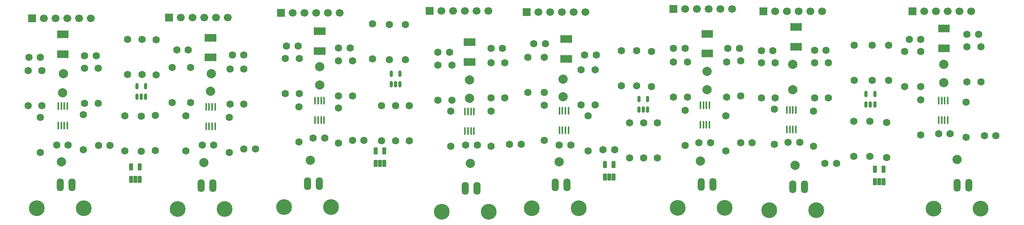
<source format=gbr>
%TF.GenerationSoftware,KiCad,Pcbnew,9.0.3*%
%TF.CreationDate,2025-11-11T16:23:08+05:30*%
%TF.ProjectId,Multi_daq,4d756c74-695f-4646-9171-2e6b69636164,rev?*%
%TF.SameCoordinates,Original*%
%TF.FileFunction,Soldermask,Top*%
%TF.FilePolarity,Negative*%
%FSLAX46Y46*%
G04 Gerber Fmt 4.6, Leading zero omitted, Abs format (unit mm)*
G04 Created by KiCad (PCBNEW 9.0.3) date 2025-11-11 16:23:08*
%MOMM*%
%LPD*%
G01*
G04 APERTURE LIST*
G04 Aperture macros list*
%AMRoundRect*
0 Rectangle with rounded corners*
0 $1 Rounding radius*
0 $2 $3 $4 $5 $6 $7 $8 $9 X,Y pos of 4 corners*
0 Add a 4 corners polygon primitive as box body*
4,1,4,$2,$3,$4,$5,$6,$7,$8,$9,$2,$3,0*
0 Add four circle primitives for the rounded corners*
1,1,$1+$1,$2,$3*
1,1,$1+$1,$4,$5*
1,1,$1+$1,$6,$7*
1,1,$1+$1,$8,$9*
0 Add four rect primitives between the rounded corners*
20,1,$1+$1,$2,$3,$4,$5,0*
20,1,$1+$1,$4,$5,$6,$7,0*
20,1,$1+$1,$6,$7,$8,$9,0*
20,1,$1+$1,$8,$9,$2,$3,0*%
G04 Aperture macros list end*
%ADD10C,1.600000*%
%ADD11C,2.000000*%
%ADD12RoundRect,0.060500X0.181500X-0.776500X0.181500X0.776500X-0.181500X0.776500X-0.181500X-0.776500X0*%
%ADD13O,1.511200X2.819200*%
%ADD14C,3.419200*%
%ADD15R,1.700000X1.700000*%
%ADD16C,1.700000*%
%ADD17RoundRect,0.102000X0.279400X-0.660400X0.279400X0.660400X-0.279400X0.660400X-0.279400X-0.660400X0*%
%ADD18RoundRect,0.100000X0.100000X-0.712500X0.100000X0.712500X-0.100000X0.712500X-0.100000X-0.712500X0*%
%ADD19RoundRect,0.150000X0.150000X-0.512500X0.150000X0.512500X-0.150000X0.512500X-0.150000X-0.512500X0*%
G04 APERTURE END LIST*
D10*
%TO.C,C2*%
X238750000Y-74500000D03*
X241250000Y-74500000D03*
%TD*%
%TO.C,R55*%
X217270000Y-71810000D03*
X217270000Y-64190000D03*
%TD*%
%TO.C,R12*%
X245000000Y-65380000D03*
X245000000Y-73000000D03*
%TD*%
%TO.C,R33*%
X100500000Y-71810000D03*
X100500000Y-64190000D03*
%TD*%
D11*
%TO.C,TP20*%
X182110000Y-60000000D03*
%TD*%
D12*
%TO.C,U21*%
X212270000Y-50650000D03*
X212770000Y-50650000D03*
X213270000Y-50650000D03*
X213770000Y-50650000D03*
X214270000Y-50650000D03*
X214270000Y-46350000D03*
X213770000Y-46350000D03*
X213270000Y-46350000D03*
X212770000Y-46350000D03*
X212270000Y-46350000D03*
%TD*%
D10*
%TO.C,R41*%
X66325000Y-61942800D03*
X66325000Y-54322800D03*
%TD*%
%TO.C,R18*%
X158000000Y-60810000D03*
X158000000Y-53190000D03*
%TD*%
%TO.C,R20*%
X125000000Y-59310000D03*
X125000000Y-51690000D03*
%TD*%
D13*
%TO.C,J6*%
X160920000Y-79920000D03*
X163460000Y-79920000D03*
D14*
X166000000Y-85000000D03*
X155840000Y-85000000D03*
%TD*%
D10*
%TO.C,R30*%
X142825000Y-61977800D03*
X142825000Y-69597800D03*
%TD*%
%TO.C,R2*%
X227770000Y-70310000D03*
X227770000Y-62690000D03*
%TD*%
%TO.C,C6*%
X173000000Y-70357800D03*
X170500000Y-70357800D03*
%TD*%
%TO.C,C32*%
X175750000Y-48500000D03*
X178250000Y-48500000D03*
%TD*%
%TO.C,R11*%
X252075000Y-65607500D03*
X252075000Y-73227500D03*
%TD*%
%TO.C,R67*%
X202500000Y-65690000D03*
X202500000Y-73310000D03*
%TD*%
%TO.C,R36*%
X101500000Y-61310000D03*
X101500000Y-53690000D03*
%TD*%
%TO.C,C18*%
X113000000Y-51000000D03*
X110500000Y-51000000D03*
%TD*%
D12*
%TO.C,U6*%
X128405000Y-50127800D03*
X128905000Y-50127800D03*
X129405000Y-50127800D03*
X129905000Y-50127800D03*
X130405000Y-50127800D03*
X130405000Y-45827800D03*
X129905000Y-45827800D03*
X129405000Y-45827800D03*
X128905000Y-45827800D03*
X128405000Y-45827800D03*
%TD*%
D11*
%TO.C,TP36*%
X264500000Y-53000000D03*
%TD*%
D10*
%TO.C,C28*%
X183750000Y-70500000D03*
X181250000Y-70500000D03*
%TD*%
%TO.C,R52*%
X272500000Y-56810000D03*
X272500000Y-49190000D03*
%TD*%
%TO.C,C13*%
X122250000Y-49000000D03*
X124750000Y-49000000D03*
%TD*%
D11*
%TO.C,TP4*%
X162000000Y-74500000D03*
%TD*%
%TO.C,TP13*%
X106000000Y-55000000D03*
%TD*%
D10*
%TO.C,R58*%
X178000000Y-69500000D03*
X178000000Y-61880000D03*
%TD*%
%TO.C,R71*%
X199500000Y-65690000D03*
X199500000Y-73310000D03*
%TD*%
%TO.C,C9*%
X130500000Y-68977800D03*
X128000000Y-68977800D03*
%TD*%
D15*
%TO.C,J5*%
X225460000Y-41500000D03*
D16*
X228000000Y-41500000D03*
X230540000Y-41500000D03*
X233080000Y-41500000D03*
X235620000Y-41500000D03*
X238160000Y-41500000D03*
%TD*%
D17*
%TO.C,U7*%
X141500000Y-74500000D03*
X142439800Y-74500000D03*
X143379600Y-74500000D03*
X143379600Y-71756800D03*
X141500000Y-71756800D03*
%TD*%
D10*
%TO.C,R53*%
X269500000Y-56810000D03*
X269500000Y-49190000D03*
%TD*%
%TO.C,R62*%
X178000000Y-59120000D03*
X178000000Y-51500000D03*
%TD*%
%TO.C,R59*%
X217500000Y-60120000D03*
X217500000Y-52500000D03*
%TD*%
%TO.C,R13*%
X166500000Y-70810000D03*
X166500000Y-63190000D03*
%TD*%
%TO.C,R16*%
X124905000Y-69810000D03*
X124905000Y-62190000D03*
%TD*%
%TO.C,C17*%
X75000000Y-70500000D03*
X72500000Y-70500000D03*
%TD*%
%TO.C,R68*%
X197990500Y-50021000D03*
X197990500Y-57641000D03*
%TD*%
%TO.C,R51*%
X256000000Y-57810000D03*
X256000000Y-50190000D03*
%TD*%
%TO.C,R4*%
X228000000Y-60310000D03*
X228000000Y-52690000D03*
%TD*%
D12*
%TO.C,U5*%
X160825000Y-52507800D03*
X161325000Y-52507800D03*
X161825000Y-52507800D03*
X162325000Y-52507800D03*
X162825000Y-52507800D03*
X162825000Y-48207800D03*
X162325000Y-48207800D03*
X161825000Y-48207800D03*
X161325000Y-48207800D03*
X160825000Y-48207800D03*
%TD*%
D11*
%TO.C,TP33*%
X267350000Y-73650000D03*
%TD*%
D10*
%TO.C,R22*%
X169500000Y-60310000D03*
X169500000Y-52690000D03*
%TD*%
%TO.C,R8*%
X245075000Y-48880000D03*
X245075000Y-56500000D03*
%TD*%
D11*
%TO.C,TP19*%
X213270000Y-54500000D03*
%TD*%
D10*
%TO.C,R64*%
X220500000Y-59810000D03*
X220500000Y-52190000D03*
%TD*%
%TO.C,R6*%
X239500000Y-60310000D03*
X239500000Y-52690000D03*
%TD*%
D18*
%TO.C,U4*%
X128430000Y-65090300D03*
X129080000Y-65090300D03*
X129730000Y-65090300D03*
X130380000Y-65090300D03*
X130380000Y-60865300D03*
X129730000Y-60865300D03*
X129080000Y-60865300D03*
X128430000Y-60865300D03*
%TD*%
D10*
%TO.C,R57*%
X208500000Y-70620000D03*
X208500000Y-63000000D03*
%TD*%
%TO.C,R3*%
X236500000Y-60310000D03*
X236500000Y-52690000D03*
%TD*%
D19*
%TO.C,U1*%
X247625000Y-61727500D03*
X248575000Y-61727500D03*
X249525000Y-61727500D03*
X249525000Y-59452500D03*
X247625000Y-59452500D03*
%TD*%
D13*
%TO.C,J7*%
X126825000Y-78897800D03*
X129365000Y-78897800D03*
D14*
X131905000Y-83977800D03*
X121745000Y-83977800D03*
%TD*%
D10*
%TO.C,R72*%
X196500000Y-65690000D03*
X196500000Y-73310000D03*
%TD*%
D13*
%TO.C,J10*%
X103785000Y-79357800D03*
X106325000Y-79357800D03*
D14*
X108865000Y-84437800D03*
X98705000Y-84437800D03*
%TD*%
D11*
%TO.C,TP18*%
X213270000Y-58500000D03*
%TD*%
D15*
%TO.C,J3*%
X257650000Y-41500000D03*
D16*
X260190000Y-41500000D03*
X262730000Y-41500000D03*
X265270000Y-41500000D03*
X267810000Y-41500000D03*
X270350000Y-41500000D03*
%TD*%
D10*
%TO.C,R39*%
X97500000Y-61310000D03*
X97500000Y-53690000D03*
%TD*%
%TO.C,C19*%
X98490000Y-49820000D03*
X100990000Y-49820000D03*
%TD*%
D11*
%TO.C,TP16*%
X211770000Y-74000000D03*
%TD*%
D10*
%TO.C,R40*%
X113000000Y-61620000D03*
X113000000Y-54000000D03*
%TD*%
%TO.C,R17*%
X166500000Y-60310000D03*
X166500000Y-52690000D03*
%TD*%
%TO.C,C23*%
X193250000Y-71500000D03*
X190750000Y-71500000D03*
%TD*%
%TO.C,R15*%
X157825000Y-70810000D03*
X157825000Y-63190000D03*
%TD*%
D13*
%TO.C,J14*%
X211965500Y-79035300D03*
X214505500Y-79035300D03*
D14*
X217045500Y-84115300D03*
X206885500Y-84115300D03*
%TD*%
D11*
%TO.C,TP10*%
X104325000Y-74357800D03*
%TD*%
D10*
%TO.C,R21*%
X155000000Y-60810000D03*
X155000000Y-53190000D03*
%TD*%
%TO.C,R32*%
X78325000Y-71500000D03*
X78325000Y-63880000D03*
%TD*%
%TO.C,R35*%
X110000000Y-61620000D03*
X110000000Y-54000000D03*
%TD*%
%TO.C,C3*%
X233270000Y-69949700D03*
X230770000Y-69949700D03*
%TD*%
%TO.C,C22*%
X223000000Y-70000000D03*
X220500000Y-70000000D03*
%TD*%
%TO.C,R29*%
X145825000Y-61977800D03*
X145825000Y-69597800D03*
%TD*%
%TO.C,C11*%
X155000000Y-50357800D03*
X157500000Y-50357800D03*
%TD*%
%TO.C,C31*%
X189250000Y-51000000D03*
X186750000Y-51000000D03*
%TD*%
D11*
%TO.C,TP1*%
X232270000Y-74949700D03*
%TD*%
%TO.C,TP35*%
X264500000Y-57000000D03*
%TD*%
D10*
%TO.C,R10*%
X248500000Y-65380000D03*
X248500000Y-73000000D03*
%TD*%
%TO.C,R69*%
X194720500Y-50021000D03*
X194720500Y-57641000D03*
%TD*%
D12*
%TO.C,U22*%
X181770000Y-51800000D03*
X182270000Y-51800000D03*
X182770000Y-51800000D03*
X183270000Y-51800000D03*
X183770000Y-51800000D03*
X183770000Y-47500000D03*
X183270000Y-47500000D03*
X182770000Y-47500000D03*
X182270000Y-47500000D03*
X181770000Y-47500000D03*
%TD*%
D10*
%TO.C,R24*%
X136500000Y-59810000D03*
X136500000Y-52190000D03*
%TD*%
%TO.C,C27*%
X257000000Y-47537500D03*
X259500000Y-47537500D03*
%TD*%
D11*
%TO.C,TP12*%
X105825000Y-58857800D03*
%TD*%
%TO.C,TP15*%
X74000000Y-55000000D03*
%TD*%
D10*
%TO.C,C15*%
X81575000Y-70632800D03*
X84075000Y-70632800D03*
%TD*%
%TO.C,R28*%
X148000000Y-44380000D03*
X148000000Y-52000000D03*
%TD*%
D18*
%TO.C,U12*%
X230525000Y-67112500D03*
X231175000Y-67112500D03*
X231825000Y-67112500D03*
X232475000Y-67112500D03*
X232475000Y-62887500D03*
X231825000Y-62887500D03*
X231175000Y-62887500D03*
X230525000Y-62887500D03*
%TD*%
D10*
%TO.C,R46*%
X94000000Y-47690000D03*
X94000000Y-55310000D03*
%TD*%
%TO.C,R5*%
X225000000Y-60310000D03*
X225000000Y-52690000D03*
%TD*%
D18*
%TO.C,U20*%
X181295000Y-67262500D03*
X181945000Y-67262500D03*
X182595000Y-67262500D03*
X183245000Y-67262500D03*
X183245000Y-63037500D03*
X182595000Y-63037500D03*
X181945000Y-63037500D03*
X181295000Y-63037500D03*
%TD*%
D10*
%TO.C,C1*%
X273250000Y-68500000D03*
X275750000Y-68500000D03*
%TD*%
D17*
%TO.C,U14*%
X88620400Y-78000000D03*
X89560200Y-78000000D03*
X90500000Y-78000000D03*
X90500000Y-75256800D03*
X88620400Y-75256800D03*
%TD*%
D10*
%TO.C,R42*%
X78500000Y-61442800D03*
X78500000Y-53822800D03*
%TD*%
%TO.C,R34*%
X69000000Y-72120000D03*
X69000000Y-64500000D03*
%TD*%
%TO.C,C8*%
X163500000Y-70500000D03*
X161000000Y-70500000D03*
%TD*%
%TO.C,R31*%
X109825000Y-72120000D03*
X109825000Y-64500000D03*
%TD*%
%TO.C,C24*%
X214000000Y-70000000D03*
X211500000Y-70000000D03*
%TD*%
D12*
%TO.C,U18*%
X263500000Y-49500000D03*
X264000000Y-49500000D03*
X264500000Y-49500000D03*
X265000000Y-49500000D03*
X265500000Y-49500000D03*
X265500000Y-45200000D03*
X265000000Y-45200000D03*
X264500000Y-45200000D03*
X264000000Y-45200000D03*
X263500000Y-45200000D03*
%TD*%
D13*
%TO.C,J11*%
X73285000Y-79168100D03*
X75825000Y-79168100D03*
D14*
X78365000Y-84248100D03*
X68205000Y-84248100D03*
%TD*%
D15*
%TO.C,J8*%
X121055000Y-41857800D03*
D16*
X123595000Y-41857800D03*
X126135000Y-41857800D03*
X128675000Y-41857800D03*
X131215000Y-41857800D03*
X133755000Y-41857800D03*
%TD*%
D10*
%TO.C,C20*%
X78575000Y-51132800D03*
X81075000Y-51132800D03*
%TD*%
D18*
%TO.C,U19*%
X211795000Y-66112500D03*
X212445000Y-66112500D03*
X213095000Y-66112500D03*
X213745000Y-66112500D03*
X213745000Y-61887500D03*
X213095000Y-61887500D03*
X212445000Y-61887500D03*
X211795000Y-61887500D03*
%TD*%
D11*
%TO.C,TP7*%
X161825000Y-56357800D03*
%TD*%
D10*
%TO.C,R48*%
X87220000Y-64140000D03*
X87220000Y-71760000D03*
%TD*%
%TO.C,R19*%
X133500000Y-59810000D03*
X133500000Y-52190000D03*
%TD*%
D13*
%TO.C,J4*%
X231770000Y-79570000D03*
X234310000Y-79570000D03*
D14*
X236850000Y-84650000D03*
X226690000Y-84650000D03*
%TD*%
D12*
%TO.C,U13*%
X72825000Y-50782800D03*
X73325000Y-50782800D03*
X73825000Y-50782800D03*
X74325000Y-50782800D03*
X74825000Y-50782800D03*
X74825000Y-46482800D03*
X74325000Y-46482800D03*
X73825000Y-46482800D03*
X73325000Y-46482800D03*
X72825000Y-46482800D03*
%TD*%
D10*
%TO.C,C16*%
X106500000Y-70500000D03*
X104000000Y-70500000D03*
%TD*%
%TO.C,R61*%
X186000000Y-61810000D03*
X186000000Y-54190000D03*
%TD*%
%TO.C,C12*%
X136000000Y-49477800D03*
X133500000Y-49477800D03*
%TD*%
D19*
%TO.C,U24*%
X198500000Y-62775000D03*
X199450000Y-62775000D03*
X200400000Y-62775000D03*
X200400000Y-60500000D03*
X198500000Y-60500000D03*
%TD*%
D11*
%TO.C,TP9*%
X129405000Y-53477800D03*
%TD*%
D10*
%TO.C,C29*%
X220250000Y-49500000D03*
X217750000Y-49500000D03*
%TD*%
D11*
%TO.C,TP11*%
X73500000Y-74132800D03*
%TD*%
D10*
%TO.C,R37*%
X81500000Y-61442800D03*
X81500000Y-53822800D03*
%TD*%
D13*
%TO.C,J2*%
X267325000Y-79277800D03*
X269865000Y-79277800D03*
D14*
X272405000Y-84357800D03*
X262245000Y-84357800D03*
%TD*%
D15*
%TO.C,J9*%
X96785000Y-42857800D03*
D16*
X99325000Y-42857800D03*
X101865000Y-42857800D03*
X104405000Y-42857800D03*
X106945000Y-42857800D03*
X109485000Y-42857800D03*
%TD*%
D10*
%TO.C,R44*%
X91000000Y-47547800D03*
X91000000Y-55167800D03*
%TD*%
%TO.C,R54*%
X259500000Y-57810000D03*
X259500000Y-50190000D03*
%TD*%
D18*
%TO.C,U9*%
X104850000Y-66470300D03*
X105500000Y-66470300D03*
X106150000Y-66470300D03*
X106800000Y-66470300D03*
X106800000Y-62245300D03*
X106150000Y-62245300D03*
X105500000Y-62245300D03*
X104850000Y-62245300D03*
%TD*%
D12*
%TO.C,U15*%
X231500000Y-49150000D03*
X232000000Y-49150000D03*
X232500000Y-49150000D03*
X233000000Y-49150000D03*
X233500000Y-49150000D03*
X233500000Y-44850000D03*
X233000000Y-44850000D03*
X232500000Y-44850000D03*
X232000000Y-44850000D03*
X231500000Y-44850000D03*
%TD*%
D10*
%TO.C,R49*%
X259500000Y-68310000D03*
X259500000Y-60690000D03*
%TD*%
D15*
%TO.C,J16*%
X174230000Y-41650000D03*
D16*
X176770000Y-41650000D03*
X179310000Y-41650000D03*
X181850000Y-41650000D03*
X184390000Y-41650000D03*
X186930000Y-41650000D03*
%TD*%
D11*
%TO.C,TP21*%
X182090000Y-56180000D03*
%TD*%
D10*
%TO.C,R9*%
X252500000Y-48880000D03*
X252500000Y-56500000D03*
%TD*%
%TO.C,R43*%
X93825000Y-64047800D03*
X93825000Y-71667800D03*
%TD*%
%TO.C,R26*%
X144500000Y-44380000D03*
X144500000Y-52000000D03*
%TD*%
%TO.C,C14*%
X113000000Y-71357800D03*
X115500000Y-71357800D03*
%TD*%
%TO.C,R63*%
X206000000Y-60120000D03*
X206000000Y-52500000D03*
%TD*%
%TO.C,R27*%
X140825000Y-44167800D03*
X140825000Y-51787800D03*
%TD*%
D18*
%TO.C,U10*%
X72850000Y-66245300D03*
X73500000Y-66245300D03*
X74150000Y-66245300D03*
X74800000Y-66245300D03*
X74800000Y-62020300D03*
X74150000Y-62020300D03*
X73500000Y-62020300D03*
X72850000Y-62020300D03*
%TD*%
D19*
%TO.C,U16*%
X89875000Y-59995300D03*
X90825000Y-59995300D03*
X91775000Y-59995300D03*
X91775000Y-57720300D03*
X89875000Y-57720300D03*
%TD*%
D10*
%TO.C,R38*%
X69325000Y-61942800D03*
X69325000Y-54322800D03*
%TD*%
%TO.C,C21*%
X66500000Y-51500000D03*
X69000000Y-51500000D03*
%TD*%
D11*
%TO.C,TP8*%
X129405000Y-57477800D03*
%TD*%
%TO.C,TP14*%
X73825000Y-59132800D03*
%TD*%
D15*
%TO.C,J13*%
X205920000Y-41000000D03*
D16*
X208460000Y-41000000D03*
X211000000Y-41000000D03*
X213540000Y-41000000D03*
X216080000Y-41000000D03*
X218620000Y-41000000D03*
%TD*%
D10*
%TO.C,C7*%
X139000000Y-69500000D03*
X136500000Y-69500000D03*
%TD*%
%TO.C,R7*%
X249000000Y-48880000D03*
X249000000Y-56500000D03*
%TD*%
%TO.C,R1*%
X236270000Y-70810000D03*
X236270000Y-63190000D03*
%TD*%
D11*
%TO.C,TP3*%
X231770000Y-53000000D03*
%TD*%
D10*
%TO.C,R25*%
X148825000Y-61977800D03*
X148825000Y-69597800D03*
%TD*%
%TO.C,R50*%
X269325000Y-68810000D03*
X269325000Y-61190000D03*
%TD*%
%TO.C,C4*%
X239000000Y-49949700D03*
X236500000Y-49949700D03*
%TD*%
D12*
%TO.C,U11*%
X104825000Y-51507800D03*
X105325000Y-51507800D03*
X105825000Y-51507800D03*
X106325000Y-51507800D03*
X106825000Y-51507800D03*
X106825000Y-47207800D03*
X106325000Y-47207800D03*
X105825000Y-47207800D03*
X105325000Y-47207800D03*
X104825000Y-47207800D03*
%TD*%
D10*
%TO.C,R70*%
X201220500Y-50211000D03*
X201220500Y-57831000D03*
%TD*%
D11*
%TO.C,TP6*%
X161825000Y-60357800D03*
%TD*%
D10*
%TO.C,C30*%
X206000000Y-49500000D03*
X208500000Y-49500000D03*
%TD*%
%TO.C,R60*%
X209000000Y-60120000D03*
X209000000Y-52500000D03*
%TD*%
%TO.C,R14*%
X133500000Y-70120000D03*
X133500000Y-62500000D03*
%TD*%
%TO.C,R23*%
X122000000Y-59310000D03*
X122000000Y-51690000D03*
%TD*%
D18*
%TO.C,U17*%
X263350000Y-65112500D03*
X264000000Y-65112500D03*
X264650000Y-65112500D03*
X265300000Y-65112500D03*
X265300000Y-60887500D03*
X264650000Y-60887500D03*
X264000000Y-60887500D03*
X263350000Y-60887500D03*
%TD*%
D11*
%TO.C,TP2*%
X231770000Y-58500000D03*
%TD*%
D18*
%TO.C,U3*%
X160850000Y-67470300D03*
X161500000Y-67470300D03*
X162150000Y-67470300D03*
X162800000Y-67470300D03*
X162800000Y-63245300D03*
X162150000Y-63245300D03*
X161500000Y-63245300D03*
X160850000Y-63245300D03*
%TD*%
D13*
%TO.C,J15*%
X180352500Y-79185300D03*
X182892500Y-79185300D03*
D14*
X185432500Y-84265300D03*
X175272500Y-84265300D03*
%TD*%
D17*
%TO.C,U23*%
X191120400Y-77500000D03*
X192060200Y-77500000D03*
X193000000Y-77500000D03*
X193000000Y-74756800D03*
X191120400Y-74756800D03*
%TD*%
D10*
%TO.C,C5*%
X225000000Y-50000000D03*
X227500000Y-50000000D03*
%TD*%
D11*
%TO.C,TP17*%
X181270000Y-74150000D03*
%TD*%
D15*
%TO.C,J1*%
X153205000Y-41357800D03*
D16*
X155745000Y-41357800D03*
X158285000Y-41357800D03*
X160825000Y-41357800D03*
X163365000Y-41357800D03*
X165905000Y-41357800D03*
%TD*%
D10*
%TO.C,R65*%
X174500000Y-59120000D03*
X174500000Y-51500000D03*
%TD*%
%TO.C,R45*%
X87825000Y-47547800D03*
X87825000Y-55167800D03*
%TD*%
D19*
%TO.C,U8*%
X144875000Y-57305300D03*
X145825000Y-57305300D03*
X146775000Y-57305300D03*
X146775000Y-55030300D03*
X144875000Y-55030300D03*
%TD*%
D15*
%TO.C,J12*%
X67150000Y-43000000D03*
D16*
X69690000Y-43000000D03*
X72230000Y-43000000D03*
X74770000Y-43000000D03*
X77310000Y-43000000D03*
X79850000Y-43000000D03*
%TD*%
D10*
%TO.C,C10*%
X169000000Y-49500000D03*
X166500000Y-49500000D03*
%TD*%
D11*
%TO.C,TP5*%
X127405000Y-73857800D03*
%TD*%
D10*
%TO.C,C26*%
X272000000Y-46500000D03*
X269500000Y-46500000D03*
%TD*%
%TO.C,C25*%
X265825000Y-68037500D03*
X263325000Y-68037500D03*
%TD*%
D17*
%TO.C,U2*%
X249575000Y-78470700D03*
X250514800Y-78470700D03*
X251454600Y-78470700D03*
X251454600Y-75727500D03*
X249575000Y-75727500D03*
%TD*%
D10*
%TO.C,R47*%
X90825000Y-64237800D03*
X90825000Y-71857800D03*
%TD*%
%TO.C,R56*%
X187500000Y-71810000D03*
X187500000Y-64190000D03*
%TD*%
%TO.C,R66*%
X189000000Y-61810000D03*
X189000000Y-54190000D03*
%TD*%
M02*

</source>
